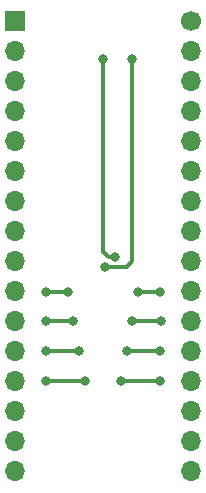
<source format=gbr>
%TF.GenerationSoftware,KiCad,Pcbnew,(6.0.0-0)*%
%TF.CreationDate,2023-01-04T17:37:18+01:00*%
%TF.ProjectId,sst39sf040-m27c4001,73737433-3973-4663-9034-302d6d323763,rev?*%
%TF.SameCoordinates,Original*%
%TF.FileFunction,Copper,L2,Bot*%
%TF.FilePolarity,Positive*%
%FSLAX46Y46*%
G04 Gerber Fmt 4.6, Leading zero omitted, Abs format (unit mm)*
G04 Created by KiCad (PCBNEW (6.0.0-0)) date 2023-01-04 17:37:18*
%MOMM*%
%LPD*%
G01*
G04 APERTURE LIST*
%TA.AperFunction,ComponentPad*%
%ADD10O,1.700000X1.700000*%
%TD*%
%TA.AperFunction,ComponentPad*%
%ADD11C,1.700000*%
%TD*%
%TA.AperFunction,ComponentPad*%
%ADD12R,1.700000X1.700000*%
%TD*%
%TA.AperFunction,ViaPad*%
%ADD13C,0.800000*%
%TD*%
%TA.AperFunction,Conductor*%
%ADD14C,0.300000*%
%TD*%
G04 APERTURE END LIST*
D10*
%TO.P,J2,17,Pin_17*%
%TO.N,Net-(J2-Pad17)*%
X140450000Y-98200000D03*
%TO.P,J2,18,Pin_18*%
%TO.N,Net-(J2-Pad18)*%
X140450000Y-95660000D03*
%TO.P,J2,19,Pin_19*%
%TO.N,Net-(J2-Pad19)*%
X140450000Y-93120000D03*
%TO.P,J2,20,Pin_20*%
%TO.N,Net-(J2-Pad20)*%
X140450000Y-90580000D03*
%TO.P,J2,21,Pin_21*%
%TO.N,Net-(J2-Pad21)*%
X140450000Y-88040000D03*
%TO.P,J2,22,Pin_22*%
%TO.N,Net-(J2-Pad22)*%
X140450000Y-85500000D03*
%TO.P,J2,23,Pin_23*%
%TO.N,Net-(J2-Pad23)*%
X140450000Y-82960000D03*
%TO.P,J2,24,Pin_24*%
%TO.N,Net-(J2-Pad24)*%
X140450000Y-80420000D03*
%TO.P,J2,25,Pin_25*%
%TO.N,Net-(U1-Pad1)*%
X140450000Y-77880000D03*
%TO.P,J2,26,Pin_26*%
%TO.N,Net-(U1-Pad2)*%
X140450000Y-75340000D03*
%TO.P,J2,27,Pin_27*%
%TO.N,Net-(U1-Pad3)*%
X140450000Y-72800000D03*
%TO.P,J2,28,Pin_28*%
%TO.N,Net-(U1-Pad4)*%
X140450000Y-70260000D03*
%TO.P,J2,29,Pin_29*%
%TO.N,Net-(U1-Pad5)*%
X140450000Y-67720000D03*
%TO.P,J2,30,Pin_30*%
%TO.N,Net-(U1-Pad6)*%
X140450000Y-65180000D03*
%TO.P,J2,31,Pin_31*%
%TO.N,Net-(J2-Pad31)*%
X140450000Y-62640000D03*
D11*
%TO.P,J2,32,Pin_32*%
%TO.N,VCC*%
X140450000Y-60100000D03*
%TD*%
D12*
%TO.P,J1,1,Pin_1*%
%TO.N,Net-(J1-Pad1)*%
X125550000Y-60100000D03*
D10*
%TO.P,J1,2,Pin_2*%
%TO.N,Net-(J1-Pad2)*%
X125550000Y-62640000D03*
%TO.P,J1,3,Pin_3*%
%TO.N,Net-(J1-Pad3)*%
X125550000Y-65180000D03*
%TO.P,J1,4,Pin_4*%
%TO.N,Net-(J1-Pad4)*%
X125550000Y-67720000D03*
%TO.P,J1,5,Pin_5*%
%TO.N,Net-(J1-Pad5)*%
X125550000Y-70260000D03*
%TO.P,J1,6,Pin_6*%
%TO.N,Net-(J1-Pad6)*%
X125550000Y-72800000D03*
%TO.P,J1,7,Pin_7*%
%TO.N,Net-(J1-Pad7)*%
X125550000Y-75340000D03*
%TO.P,J1,8,Pin_8*%
%TO.N,Net-(J1-Pad8)*%
X125550000Y-77880000D03*
%TO.P,J1,9,Pin_9*%
%TO.N,Net-(J1-Pad9)*%
X125550000Y-80420000D03*
%TO.P,J1,10,Pin_10*%
%TO.N,Net-(J1-Pad10)*%
X125550000Y-82960000D03*
%TO.P,J1,11,Pin_11*%
%TO.N,Net-(J1-Pad11)*%
X125550000Y-85500000D03*
%TO.P,J1,12,Pin_12*%
%TO.N,Net-(J1-Pad12)*%
X125550000Y-88040000D03*
%TO.P,J1,13,Pin_13*%
%TO.N,Net-(J1-Pad13)*%
X125550000Y-90580000D03*
%TO.P,J1,14,Pin_14*%
%TO.N,Net-(J1-Pad14)*%
X125550000Y-93120000D03*
%TO.P,J1,15,Pin_15*%
%TO.N,Net-(J1-Pad15)*%
X125550000Y-95660000D03*
%TO.P,J1,16,Pin_16*%
%TO.N,GNDREF*%
X125550000Y-98200000D03*
%TD*%
D13*
%TO.N,Net-(J1-Pad10)*%
X129999500Y-83000000D03*
X128200000Y-83000000D03*
%TO.N,Net-(J1-Pad11)*%
X130499989Y-85500000D03*
X128200000Y-85500000D03*
%TO.N,Net-(J1-Pad12)*%
X130999509Y-88000000D03*
X128200000Y-88000000D03*
%TO.N,Net-(J1-Pad13)*%
X128200000Y-90600000D03*
X131499989Y-90600000D03*
%TO.N,VCC*%
X133200000Y-80900000D03*
X135500000Y-63300000D03*
%TO.N,Net-(U1-Pad7)*%
X133999500Y-80100000D03*
X133000000Y-63300000D03*
%TO.N,Net-(J2-Pad23)*%
X136000500Y-83000000D03*
X137800000Y-83000000D03*
%TO.N,Net-(J2-Pad22)*%
X135500500Y-85500000D03*
X137900000Y-85500000D03*
%TO.N,Net-(J2-Pad21)*%
X135000000Y-88000000D03*
X137800000Y-88000000D03*
%TO.N,Net-(J2-Pad20)*%
X137800000Y-90600000D03*
X134500500Y-90600000D03*
%TD*%
D14*
%TO.N,Net-(J1-Pad10)*%
X128200000Y-83000000D02*
X129999500Y-83000000D01*
%TO.N,Net-(J1-Pad11)*%
X128200000Y-85500000D02*
X130499989Y-85500000D01*
%TO.N,Net-(J1-Pad12)*%
X128200000Y-88000000D02*
X130999509Y-88000000D01*
%TO.N,Net-(J1-Pad13)*%
X128200000Y-90600000D02*
X131499989Y-90600000D01*
%TO.N,VCC*%
X133200000Y-80900000D02*
X135000000Y-80900000D01*
X135500000Y-80400000D02*
X135500000Y-63300000D01*
X135000000Y-80900000D02*
X135500000Y-80400000D01*
%TO.N,Net-(U1-Pad7)*%
X133999500Y-80100000D02*
X133500000Y-80100000D01*
X133500000Y-80100000D02*
X133000000Y-79600000D01*
X133000000Y-79600000D02*
X133000000Y-63300000D01*
%TO.N,Net-(J2-Pad23)*%
X136000500Y-83000000D02*
X137800000Y-83000000D01*
%TO.N,Net-(J2-Pad22)*%
X137900000Y-85500000D02*
X135500500Y-85500000D01*
%TO.N,Net-(J2-Pad21)*%
X135000000Y-88000000D02*
X137800000Y-88000000D01*
%TO.N,Net-(J2-Pad20)*%
X134500500Y-90600000D02*
X137800000Y-90600000D01*
%TD*%
M02*

</source>
